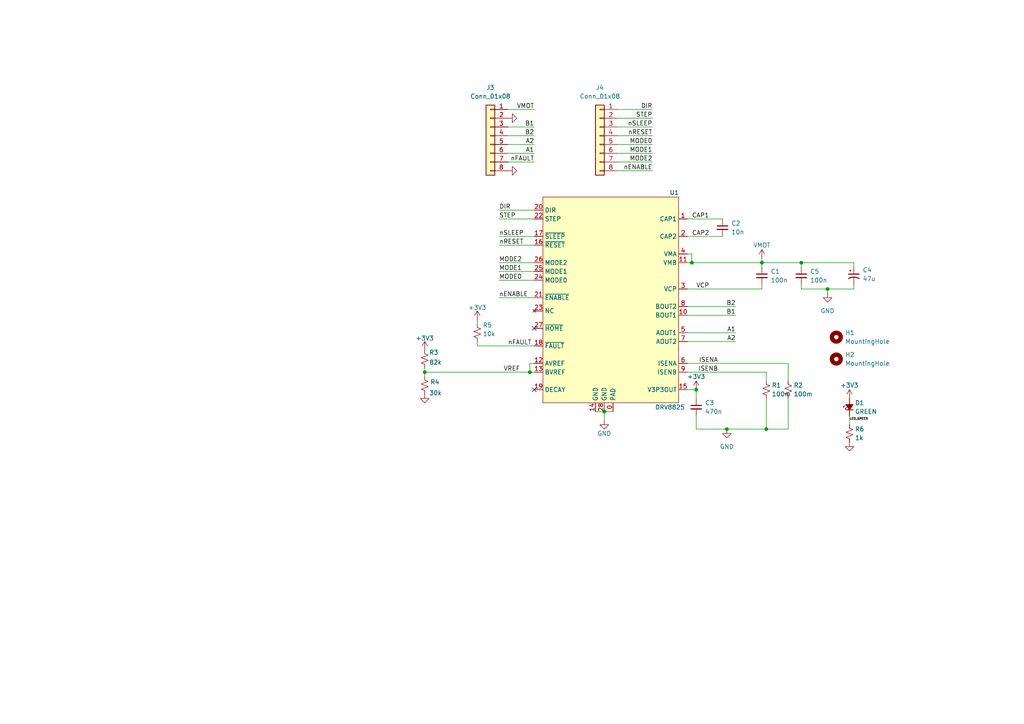
<source format=kicad_sch>
(kicad_sch (version 20231120) (generator "eeschema") (generator_version "8.0")
  (paper "A4")
  (lib_symbols
    (symbol "Connector_Generic:Conn_01x08" (pin_names (offset 1.016) hide)
      (property "Reference" "J" (at 0 10.16 0))
      (property "Value" "Conn_01x08" (at 0 -12.7 0))
      (symbol "Conn_01x08_1_1"
        (rectangle (start -1.27 -10.033) (end 0 -10.287) (stroke (width 0.1524)))
        (rectangle (start -1.27 -7.493) (end 0 -7.747) (stroke (width 0.1524)))
        (rectangle (start -1.27 -4.953) (end 0 -5.207) (stroke (width 0.1524)))
        (rectangle (start -1.27 -2.413) (end 0 -2.667) (stroke (width 0.1524)))
        (rectangle (start -1.27 0.127) (end 0 -0.127) (stroke (width 0.1524)))
        (rectangle (start -1.27 2.667) (end 0 2.413) (stroke (width 0.1524)))
        (rectangle (start -1.27 5.207) (end 0 4.953) (stroke (width 0.1524)))
        (rectangle (start -1.27 7.747) (end 0 7.493) (stroke (width 0.1524)))
        (rectangle (start -1.27 8.89) (end 1.27 -11.43) (stroke (width 0.254)) (fill (type background)))
        (pin passive line (at -5.08 7.62 0) (length 3.81) (name "Pin_1") (number "1"))
        (pin passive line (at -5.08 5.08 0) (length 3.81) (name "Pin_2") (number "2"))
        (pin passive line (at -5.08 2.54 0) (length 3.81) (name "Pin_3") (number "3"))
        (pin passive line (at -5.08 0 0) (length 3.81) (name "Pin_4") (number "4"))
        (pin passive line (at -5.08 -2.54 0) (length 3.81) (name "Pin_5") (number "5"))
        (pin passive line (at -5.08 -5.08 0) (length 3.81) (name "Pin_6") (number "6"))
        (pin passive line (at -5.08 -7.62 0) (length 3.81) (name "Pin_7") (number "7"))
        (pin passive line (at -5.08 -10.16 0) (length 3.81) (name "Pin_8") (number "8"))
      )
    )
    (symbol "Device:C_Polarized_Small_US" (pin_numbers hide) (pin_names (offset 0.254) hide)
      (property "Reference" "C" (at 0.254 1.778 0))
      (property "Value" "C_Polarized_Small_US" (at 0.254 -2.032 0))
      (symbol "C_Polarized_Small_US_0_1"
        (polyline (pts (xy -1.524 0.508) (xy 1.524 0.508)) (stroke (width 0.3048)))
        (polyline (pts (xy -1.27 1.524) (xy -0.762 1.524)))
        (polyline (pts (xy -1.016 1.27) (xy -1.016 1.778)))
        (arc (start 1.524 -0.762) (mid 0 -0.3734) (end -1.524 -0.762) (stroke (width 0.3048)))
      )
      (symbol "C_Polarized_Small_US_1_1"
        (pin passive line (at 0 2.54 270) (length 2.032) (name "~") (number "1"))
        (pin passive line (at 0 -2.54 90) (length 2.032) (name "~") (number "2"))
      )
    )
    (symbol "Device:C_Small" (pin_numbers hide) (pin_names (offset 0.254) hide)
      (property "Reference" "C" (at 0.254 1.778 0))
      (property "Value" "C_Small" (at 0.254 -2.032 0))
      (symbol "C_Small_0_1"
        (polyline (pts (xy -1.524 -0.508) (xy 1.524 -0.508)) (stroke (width 0.3302)))
        (polyline (pts (xy -1.524 0.508) (xy 1.524 0.508)) (stroke (width 0.3048)))
      )
      (symbol "C_Small_1_1"
        (pin passive line (at 0 2.54 270) (length 2.032) (name "~") (number "1"))
        (pin passive line (at 0 -2.54 90) (length 2.032) (name "~") (number "2"))
      )
    )
    (symbol "Device:LED_Small_Filled" (pin_numbers hide) (pin_names (offset 0.254) hide)
      (property "Reference" "D" (at -1.27 3.175 0))
      (property "Value" "LED_Small_Filled" (at -4.445 -2.54 0))
      (symbol "LED_Small_Filled_0_1"
        (polyline (pts (xy -0.762 -1.016) (xy -0.762 1.016)) (stroke (width 0.254)))
        (polyline (pts (xy 1.016 0) (xy -0.762 0)))
        (polyline (pts (xy 0.762 -1.016) (xy -0.762 0) (xy 0.762 1.016) (xy 0.762 -1.016)) (stroke (width 0.254)) (fill (type outline)))
        (polyline (pts (xy 0 0.762) (xy -0.508 1.27) (xy -0.254 1.27) (xy -0.508 1.27) (xy -0.508 1.016)))
        (polyline (pts (xy 0.508 1.27) (xy 0 1.778) (xy 0.254 1.778) (xy 0 1.778) (xy 0 1.524)))
      )
      (symbol "LED_Small_Filled_1_1"
        (pin passive line (at -2.54 0 0) (length 1.778) (name "K") (number "1"))
        (pin passive line (at 2.54 0 180) (length 1.778) (name "A") (number "2"))
      )
    )
    (symbol "Device:R_Small_US" (pin_numbers hide) (pin_names (offset 0.254) hide)
      (property "Reference" "R" (at 0.762 0.508 0))
      (property "Value" "R_Small_US" (at 0.762 -1.016 0))
      (symbol "R_Small_US_1_1"
        (polyline (pts (xy 0 0) (xy 1.016 -0.381) (xy 0 -0.762) (xy -1.016 -1.143) (xy 0 -1.524)))
        (polyline (pts (xy 0 1.524) (xy 1.016 1.143) (xy 0 0.762) (xy -1.016 0.381) (xy 0 0)))
        (pin passive line (at 0 2.54 270) (length 1.016) (name "~") (number "1"))
        (pin passive line (at 0 -2.54 90) (length 1.016) (name "~") (number "2"))
      )
    )
    (symbol "Driver_Motor:DRV8825"
      (property "Reference" "U" (at 16.51 27.94 0))
      (property "Value" "DRV8825" (at 17.78 -34.29 0))
      (symbol "DRV8825_1_1"
        (rectangle (start -19.05 26.67) (end 20.32 -33.02) (fill (type background)))
        (pin power_in line (at 1.27 -35.56 90) (length 2.54) (name "PAD") (number "0"))
        (pin bidirectional line (at 22.86 20.32 180) (length 2.54) (name "CAP1") (number "1"))
        (pin bidirectional line (at 22.86 -7.62 180) (length 2.54) (name "BOUT1") (number "10"))
        (pin power_in line (at 22.86 7.62 180) (length 2.54) (name "VMB") (number "11"))
        (pin bidirectional line (at -21.59 -21.59 0) (length 2.54) (name "AVREF") (number "12"))
        (pin bidirectional line (at -21.59 -24.13 0) (length 2.54) (name "BVREF") (number "13"))
        (pin power_in line (at -3.81 -35.56 90) (length 2.54) (name "GND") (number "14"))
        (pin bidirectional line (at 22.86 -29.21 180) (length 2.54) (name "V3P3OUT") (number "15"))
        (pin bidirectional line (at -21.59 12.7 0) (length 2.54) (name "~{RESET}") (number "16"))
        (pin bidirectional line (at -21.59 15.24 0) (length 2.54) (name "~{SLEEP}") (number "17"))
        (pin bidirectional line (at -21.59 -16.51 0) (length 2.54) (name "~{FAULT}") (number "18"))
        (pin bidirectional line (at -21.59 -29.21 0) (length 2.54) (name "DECAY") (number "19"))
        (pin bidirectional line (at 22.86 15.24 180) (length 2.54) (name "CAP2") (number "2"))
        (pin bidirectional line (at -21.59 22.86 0) (length 2.54) (name "DIR") (number "20"))
        (pin bidirectional line (at -21.59 -2.54 0) (length 2.54) (name "~{ENABLE}") (number "21"))
        (pin input line (at -21.59 20.32 0) (length 2.54) (name "STEP") (number "22"))
        (pin no_connect line (at -21.59 -6.35 0) (length 2.54) (name "NC") (number "23"))
        (pin input line (at -21.59 2.54 0) (length 2.54) (name "MODE0") (number "24"))
        (pin input line (at -21.59 5.08 0) (length 2.54) (name "MODE1") (number "25"))
        (pin input line (at -21.59 7.62 0) (length 2.54) (name "MODE2") (number "26"))
        (pin bidirectional line (at -21.59 -11.43 0) (length 2.54) (name "~{HOME}") (number "27"))
        (pin power_in line (at -1.27 -35.56 90) (length 2.54) (name "GND") (number "28"))
        (pin bidirectional line (at 22.86 0 180) (length 2.54) (name "VCP") (number "3"))
        (pin power_in line (at 22.86 10.16 180) (length 2.54) (name "VMA") (number "4"))
        (pin bidirectional line (at 22.86 -12.7 180) (length 2.54) (name "AOUT1") (number "5"))
        (pin bidirectional line (at 22.86 -21.59 180) (length 2.54) (name "ISENA") (number "6"))
        (pin bidirectional line (at 22.86 -15.24 180) (length 2.54) (name "AOUT2") (number "7"))
        (pin bidirectional line (at 22.86 -5.08 180) (length 2.54) (name "BOUT2") (number "8"))
        (pin bidirectional line (at 22.86 -24.13 180) (length 2.54) (name "ISENB") (number "9"))
      )
    )
    (symbol "Mechanical:MountingHole" (pin_names (offset 1.016)) (exclude_from_sim yes) (in_bom no)
      (property "Reference" "H" (at 0 5.08 0))
      (property "Value" "MountingHole" (at 0 3.175 0))
      (symbol "MountingHole_0_1"
        (circle (center 0 0) (radius 1.27) (stroke (width 1.27)))
      )
    )
    (symbol "power:+3V3" (power) (pin_numbers hide) (pin_names (offset 0) hide)
      (property "Value" "+3V3" (at 0 3.556 0))
      (symbol "+3V3_0_1"
        (polyline (pts (xy -0.762 1.27) (xy 0 2.54)))
        (polyline (pts (xy 0 0) (xy 0 2.54)))
        (polyline (pts (xy 0 2.54) (xy 0.762 1.27)))
      )
      (symbol "+3V3_1_1"
        (pin power_in line (at 0 0 90) (length 0) (name "~") (number "1"))
      )
    )
    (symbol "power:GND" (power) (pin_numbers hide) (pin_names (offset 0) hide)
      (property "Value" "GND" (at 0 -3.81 0))
      (symbol "GND_0_1"
        (polyline (pts (xy 0 0) (xy 0 -1.27) (xy 1.27 -1.27) (xy 0 -2.54) (xy -1.27 -1.27) (xy 0 -1.27)))
      )
      (symbol "GND_1_1"
        (pin power_in line (at 0 0 270) (length 0) (name "~") (number "1"))
      )
    )
  )
  (junction (at 240.03 83.82))
  (junction (at 153.67 107.95))
  (junction (at 222.25 124.46))
  (junction (at 175.26 119.38))
  (junction (at 123.19 107.95))
  (junction (at 232.41 76.2))
  (junction (at 201.93 113.03))
  (junction (at 200.66 76.2))
  (junction (at 220.98 76.2))
  (junction (at 210.82 124.46))
  (no_connect (at 154.94 95.25))
  (no_connect (at 154.94 113.03))
  (wire (pts (xy 246.38 123.19) (xy 246.38 120.65)))
  (wire (pts (xy 199.39 88.9) (xy 213.36 88.9)))
  (wire (pts (xy 123.19 109.22) (xy 123.19 107.95)))
  (wire (pts (xy 200.66 73.66) (xy 199.39 73.66)))
  (wire (pts (xy 199.39 113.03) (xy 201.93 113.03)))
  (wire (pts (xy 123.19 107.95) (xy 153.67 107.95)))
  (wire (pts (xy 144.78 68.58) (xy 154.94 68.58)))
  (wire (pts (xy 154.94 39.37) (xy 147.32 39.37)))
  (wire (pts (xy 199.39 91.44) (xy 213.36 91.44)))
  (wire (pts (xy 154.94 41.91) (xy 147.32 41.91)))
  (wire (pts (xy 153.67 105.41) (xy 154.94 105.41)))
  (wire (pts (xy 232.41 76.2) (xy 247.65 76.2)))
  (wire (pts (xy 144.78 86.36) (xy 154.94 86.36)))
  (wire (pts (xy 179.07 39.37) (xy 189.23 39.37)))
  (wire (pts (xy 179.07 41.91) (xy 189.23 41.91)))
  (wire (pts (xy 144.78 63.5) (xy 154.94 63.5)))
  (wire (pts (xy 222.25 107.95) (xy 222.25 110.49)))
  (wire (pts (xy 154.94 36.83) (xy 147.32 36.83)))
  (wire (pts (xy 220.98 74.93) (xy 220.98 76.2)))
  (wire (pts (xy 199.39 68.58) (xy 209.55 68.58)))
  (wire (pts (xy 200.66 76.2) (xy 220.98 76.2)))
  (wire (pts (xy 228.6 105.41) (xy 228.6 110.49)))
  (wire (pts (xy 220.98 82.55) (xy 220.98 83.82)))
  (wire (pts (xy 247.65 83.82) (xy 240.03 83.82)))
  (wire (pts (xy 199.39 105.41) (xy 228.6 105.41)))
  (wire (pts (xy 247.65 83.82) (xy 247.65 82.55)))
  (wire (pts (xy 199.39 99.06) (xy 213.36 99.06)))
  (wire (pts (xy 179.07 36.83) (xy 189.23 36.83)))
  (wire (pts (xy 199.39 107.95) (xy 222.25 107.95)))
  (wire (pts (xy 172.72 119.38) (xy 175.26 119.38)))
  (wire (pts (xy 228.6 124.46) (xy 228.6 115.57)))
  (wire (pts (xy 199.39 63.5) (xy 209.55 63.5)))
  (wire (pts (xy 153.67 107.95) (xy 154.94 107.95)))
  (wire (pts (xy 222.25 124.46) (xy 228.6 124.46)))
  (wire (pts (xy 220.98 76.2) (xy 232.41 76.2)))
  (wire (pts (xy 179.07 49.53) (xy 189.23 49.53)))
  (wire (pts (xy 232.41 77.47) (xy 232.41 76.2)))
  (wire (pts (xy 138.43 100.33) (xy 154.94 100.33)))
  (wire (pts (xy 220.98 76.2) (xy 220.98 77.47)))
  (wire (pts (xy 199.39 96.52) (xy 213.36 96.52)))
  (wire (pts (xy 144.78 81.28) (xy 154.94 81.28)))
  (wire (pts (xy 232.41 83.82) (xy 240.03 83.82)))
  (wire (pts (xy 200.66 76.2) (xy 199.39 76.2)))
  (wire (pts (xy 179.07 34.29) (xy 189.23 34.29)))
  (wire (pts (xy 201.93 113.03) (xy 201.93 115.57)))
  (wire (pts (xy 154.94 31.75) (xy 147.32 31.75)))
  (wire (pts (xy 175.26 119.38) (xy 175.26 121.92)))
  (wire (pts (xy 123.19 107.95) (xy 123.19 106.68)))
  (wire (pts (xy 144.78 76.2) (xy 154.94 76.2)))
  (wire (pts (xy 201.93 120.65) (xy 201.93 124.46)))
  (wire (pts (xy 179.07 31.75) (xy 189.23 31.75)))
  (wire (pts (xy 138.43 99.06) (xy 138.43 100.33)))
  (wire (pts (xy 138.43 92.71) (xy 138.43 93.98)))
  (wire (pts (xy 153.67 105.41) (xy 153.67 107.95)))
  (wire (pts (xy 232.41 82.55) (xy 232.41 83.82)))
  (wire (pts (xy 179.07 46.99) (xy 189.23 46.99)))
  (wire (pts (xy 199.39 83.82) (xy 220.98 83.82)))
  (wire (pts (xy 144.78 60.96) (xy 154.94 60.96)))
  (wire (pts (xy 201.93 124.46) (xy 210.82 124.46)))
  (wire (pts (xy 154.94 46.99) (xy 147.32 46.99)))
  (wire (pts (xy 154.94 44.45) (xy 147.32 44.45)))
  (wire (pts (xy 200.66 73.66) (xy 200.66 76.2)))
  (wire (pts (xy 144.78 71.12) (xy 154.94 71.12)))
  (wire (pts (xy 247.65 77.47) (xy 247.65 76.2)))
  (wire (pts (xy 179.07 44.45) (xy 189.23 44.45)))
  (wire (pts (xy 222.25 115.57) (xy 222.25 124.46)))
  (wire (pts (xy 222.25 124.46) (xy 210.82 124.46)))
  (wire (pts (xy 240.03 83.82) (xy 240.03 85.09)))
  (wire (pts (xy 175.26 119.38) (xy 177.8 119.38)))
  (wire (pts (xy 144.78 78.74) (xy 154.94 78.74)))
  (label "A2" (at 213.36 99.06 180))
  (label "nFAULT" (at 154.94 46.99 180))
  (label "B1" (at 154.94 36.83 180))
  (label "DIR" (at 144.78 60.96 0))
  (label "DIR" (at 189.23 31.75 180))
  (label "B2" (at 213.36 88.9 180))
  (label "nSLEEP" (at 189.23 36.83 180))
  (label "LED_GREEN" (at 246.38 121.92 0) (effects (font (size 0.635 0.635))))
  (label "VREF" (at 146.05 107.95 0))
  (label "MODE0" (at 144.78 81.28 0))
  (label "STEP" (at 144.78 63.5 0))
  (label "A1" (at 154.94 44.45 180))
  (label "A1" (at 213.36 96.52 180))
  (label "A2" (at 154.94 41.91 180))
  (label "MODE1" (at 189.23 44.45 180))
  (label "ISENA" (at 208.28 105.41 180))
  (label "nRESET" (at 189.23 39.37 180))
  (label "MODE2" (at 144.78 76.2 0))
  (label "STEP" (at 189.23 34.29 180))
  (label "MODE0" (at 189.23 41.91 180))
  (label "nFAULT" (at 147.32 100.33 0))
  (label "B1" (at 213.36 91.44 180))
  (label "CAP1" (at 200.66 63.5 0))
  (label "CAP2" (at 205.74 68.58 180))
  (label "VCP" (at 205.74 83.82 180))
  (label "MODE1" (at 144.78 78.74 0))
  (label "ISENB" (at 208.28 107.95 180))
  (label "nENABLE" (at 189.23 49.53 180))
  (label "nENABLE" (at 144.78 86.36 0))
  (label "nRESET" (at 144.78 71.12 0))
  (label "MODE2" (at 189.23 46.99 180))
  (label "B2" (at 154.94 39.37 180))
  (label "VMOT" (at 154.94 31.75 180))
  (label "nSLEEP" (at 144.78 68.58 0))
  (symbol (lib_id "power:GND") (at 246.38 128.27 0) (unit 1)
    (property "Reference" "#PWR012" (effects (hide yes)))
    (property "Value" "GND" (effects (hide yes)))
    (property "Description" "Power symbol creates a global label with name \"GND\" , ground" (effects (hide yes)))
  )
  (symbol (lib_id "Connector_Generic:Conn_01x08") (at 173.99 39.37 0) (mirror y) (unit 1)
    (property "Reference" "J4" (at 173.99 25.4 0))
    (property "Value" "Conn_01x08" (at 173.99 27.94 0))
    (property "Footprint" "Connector_PinHeader_2.54mm:PinHeader_1x08_P2.54mm_Vertical" (effects (hide yes)))
    (property "Description" "Generic connector, single row, 01x08, script generated (kicad-library-utils/schlib/autogen/connector/)" (effects (hide yes)))
  )
  (symbol (lib_id "power:GND") (at 210.82 124.46 0) (unit 1)
    (property "Reference" "#PWR09" (effects (hide yes)))
    (property "Value" "GND" (at 210.82 129.54 0))
    (property "Description" "Power symbol creates a global label with name \"GND\" , ground" (effects (hide yes)))
  )
  (symbol (lib_id "power:+3V3") (at 123.19 101.6 0) (unit 1)
    (property "Reference" "#PWR03" (effects (hide yes)))
    (property "Value" "+3V3" (at 123.19 98.1075 0))
    (property "Description" "Power symbol creates a global label with name \"+3V3\"" (effects (hide yes)))
  )
  (symbol (lib_id "Connector_Generic:Conn_01x08") (at 142.24 39.37 0) (mirror y) (unit 1)
    (property "Reference" "J3" (at 142.24 25.4 0))
    (property "Value" "Conn_01x08" (at 142.24 27.94 0))
    (property "Footprint" "Connector_PinHeader_2.54mm:PinHeader_1x08_P2.54mm_Vertical" (effects (hide yes)))
    (property "Description" "Generic connector, single row, 01x08, script generated (kicad-library-utils/schlib/autogen/connector/)" (effects (hide yes)))
  )
  (symbol (lib_id "Driver_Motor:DRV8825") (at 176.53 83.82 0) (unit 1)
    (property "Reference" "U1" (at 195.58 55.88 0))
    (property "Value" "DRV8825" (at 194.31 118.11 0))
    (property "Footprint" "MV_Footprints:IC_TPS61196PWPRQ1" (effects (hide yes)))
  )
  (symbol (lib_id "Device:R_Small_US") (at 228.6 113.03 180) (unit 1)
    (property "Reference" "R2" (at 230.1875 111.76 0) (effects (justify right)))
    (property "Value" "100m" (at 230.1875 114.3 0) (effects (justify right)))
    (property "Footprint" "Resistor_SMD:R_1206_3216Metric" (effects (hide yes)))
    (property "Description" "Resistor, small US symbol" (effects (hide yes)))
  )
  (symbol (lib_id "power:+3V3") (at 246.38 115.57 0) (unit 1)
    (property "Reference" "#PWR011" (effects (hide yes)))
    (property "Value" "+3V3" (at 246.38 111.76 0))
    (property "Description" "Power symbol creates a global label with name \"+3V3\"" (effects (hide yes)))
  )
  (symbol (lib_id "Device:C_Small") (at 220.98 80.01 0) (unit 1)
    (property "Reference" "C1" (at 223.52 78.7462 0) (effects (justify left)))
    (property "Value" "100n" (at 223.52 81.2862 0) (effects (justify left)))
    (property "Footprint" "Capacitor_SMD:C_0603_1608Metric" (effects (hide yes)))
    (property "Description" "Unpolarized capacitor, small symbol" (effects (hide yes)))
  )
  (symbol (lib_id "power:GND") (at 240.03 85.09 0) (unit 1)
    (property "Reference" "#PWR08" (effects (hide yes)))
    (property "Value" "GND" (at 240.03 90.17 0))
    (property "Description" "Power symbol creates a global label with name \"GND\" , ground" (effects (hide yes)))
  )
  (symbol (lib_id "power:+3V3") (at 138.43 92.71 0) (unit 1)
    (property "Reference" "#PWR06" (effects (hide yes)))
    (property "Value" "+3V3" (at 138.43 89.2175 0))
    (property "Description" "Power symbol creates a global label with name \"+3V3\"" (effects (hide yes)))
  )
  (symbol (lib_id "power:GND") (at 147.32 34.29 90) (unit 1)
    (property "Reference" "#PWR010" (effects (hide yes)))
    (property "Value" "GND" (effects (hide yes)))
    (property "Description" "Power symbol creates a global label with name \"GND\" , ground" (effects (hide yes)))
  )
  (symbol (lib_id "power:+3V3") (at 220.98 74.93 0) (unit 1)
    (property "Reference" "#PWR02" (effects (hide yes)))
    (property "Value" "VMOT" (at 220.98 71.12 0))
    (property "Description" "Power symbol creates a global label with name \"+3V3\"" (effects (hide yes)))
  )
  (symbol (lib_id "power:GND") (at 123.19 114.3 0) (unit 1)
    (property "Reference" "#PWR04" (effects (hide yes)))
    (property "Value" "GND" (effects (hide yes)))
    (property "Description" "Power symbol creates a global label with name \"GND\" , ground" (effects (hide yes)))
  )
  (symbol (lib_id "Device:R_Small_US") (at 138.43 96.52 0) (unit 1)
    (property "Reference" "R5" (at 140.0175 94.2975 0) (effects (justify left)))
    (property "Value" "10k" (at 140.0175 96.8375 0) (effects (justify left)))
    (property "Footprint" "Resistor_SMD:R_0603_1608Metric" (effects (hide yes)))
    (property "Datasheet" "https://www.te.com/usa-en/product-8-2176388-7.datasheet.pdf" (effects (hide yes)))
    (property "Description" "Resistor, small US symbol" (effects (hide yes)))
    (property "Unit Price" "1.46000" (effects (hide yes)))
    (property "DigiKey Link" "https://www.digikey.com.au/en/products/detail/te-connectivity-passive-product/RQ73C2B78R7BTD/9480750" (effects (hide yes)))
    (property "Name" "TE Connectivity Passive Product RQ73C2B78R7BTD" (effects (hide yes)))
    (property "DigiKey Description" "RES 78.7 OHMS 0.1% 0.4W 1206" (effects (hide yes)))
  )
  (symbol (lib_id "power:GND") (at 175.26 121.92 0) (unit 1)
    (property "Reference" "#PWR01" (effects (hide yes)))
    (property "Value" "GND" (at 175.26 125.73 0))
    (property "Description" "Power symbol creates a global label with name \"GND\" , ground" (effects (hide yes)))
  )
  (symbol (lib_id "Device:LED_Small_Filled") (at 246.38 118.11 90) (unit 1)
    (property "Reference" "D1" (at 247.9675 116.84 90) (effects (justify right)))
    (property "Value" "GREEN" (at 247.9675 119.38 90) (effects (justify right)))
    (property "Footprint" "LED_SMD:LED_0603_1608Metric" (effects (hide yes)))
    (property "Description" "Light emitting diode, small symbol, filled shape" (effects (hide yes)))
  )
  (symbol (lib_id "Mechanical:MountingHole") (at 242.57 97.79 0) (unit 1) (exclude_from_sim yes) (in_bom no)
    (property "Reference" "H1" (at 245.11 96.5199 0) (effects (justify left)))
    (property "Value" "MountingHole" (at 245.11 99.0599 0) (effects (justify left)))
    (property "Footprint" "MountingHole:MountingHole_2.2mm_M2" (effects (hide yes)))
    (property "Description" "Mounting Hole without connection" (effects (hide yes)))
  )
  (symbol (lib_id "Device:C_Small") (at 232.41 80.01 0) (unit 1)
    (property "Reference" "C5" (at 234.95 78.7462 0) (effects (justify left)))
    (property "Value" "100n" (at 234.95 81.2862 0) (effects (justify left)))
    (property "Footprint" "Capacitor_SMD:C_0603_1608Metric" (effects (hide yes)))
    (property "Description" "Unpolarized capacitor, small symbol" (effects (hide yes)))
  )
  (symbol (lib_id "Mechanical:MountingHole") (at 242.57 104.14 0) (unit 1) (exclude_from_sim yes) (in_bom no)
    (property "Reference" "H2" (at 245.11 102.8699 0) (effects (justify left)))
    (property "Value" "MountingHole" (at 245.11 105.4099 0) (effects (justify left)))
    (property "Footprint" "MountingHole:MountingHole_2.2mm_M2" (effects (hide yes)))
    (property "Description" "Mounting Hole without connection" (effects (hide yes)))
  )
  (symbol (lib_id "Device:R_Small_US") (at 123.19 104.14 0) (unit 1)
    (property "Reference" "R3" (at 124.46 102.235 0) (effects (justify left)))
    (property "Value" "82k" (at 124.46 105.0925 0) (effects (justify left)))
    (property "Footprint" "Resistor_SMD:R_0603_1608Metric" (effects (hide yes)))
    (property "Datasheet" "https://www.te.com/usa-en/product-8-2176388-7.datasheet.pdf" (effects (hide yes)))
    (property "Description" "Resistor, small US symbol" (effects (hide yes)))
    (property "Unit Price" "1.46000" (effects (hide yes)))
    (property "DigiKey Link" "https://www.digikey.com.au/en/products/detail/te-connectivity-passive-product/RQ73C2B78R7BTD/9480750" (effects (hide yes)))
    (property "Name" "TE Connectivity Passive Product RQ73C2B78R7BTD" (effects (hide yes)))
    (property "DigiKey Description" "RES 78.7 OHMS 0.1% 0.4W 1206" (effects (hide yes)))
  )
  (symbol (lib_id "Device:R_Small_US") (at 123.19 111.76 0) (unit 1)
    (property "Reference" "R4" (at 124.7775 110.8075 0) (effects (justify left)))
    (property "Value" "30k" (at 124.46 113.9825 0) (effects (justify left)))
    (property "Footprint" "Resistor_SMD:R_0603_1608Metric" (effects (hide yes)))
    (property "Datasheet" "https://www.te.com/usa-en/product-5-2176238-8.datasheet.pdf" (effects (hide yes)))
    (property "Description" "Resistor, small US symbol" (effects (hide yes)))
    (property "Unit Price" "0.57000" (effects (hide yes)))
    (property "DigiKey Link" "https://www.digikey.com.au/en/products/detail/te-connectivity-passive-product/CPF-A-0805B30KE/5583893" (effects (hide yes)))
    (property "Name" "TE Connectivity Passive Product CPF-A-0805B30KE" (effects (hide yes)))
    (property "DigiKey Description" "RES SMD 30K OHM 0.1% 1/10W 0805" (effects (hide yes)))
  )
  (symbol (lib_id "power:GND") (at 147.32 49.53 90) (unit 1)
    (property "Reference" "#PWR07" (effects (hide yes)))
    (property "Value" "GND" (effects (hide yes)))
    (property "Description" "Power symbol creates a global label with name \"GND\" , ground" (effects (hide yes)))
  )
  (symbol (lib_id "Device:C_Polarized_Small_US") (at 247.65 80.01 0) (unit 1)
    (property "Reference" "C4" (at 250.19 78.3081 0) (effects (justify left)))
    (property "Value" "47u" (at 250.19 80.8481 0) (effects (justify left)))
    (property "Footprint" "Capacitor_SMD:CP_Elec_6.3x5.9" (effects (hide yes)))
    (property "Description" "Polarized capacitor, small US symbol" (effects (hide yes)))
  )
  (symbol (lib_id "Device:R_Small_US") (at 222.25 113.03 180) (unit 1)
    (property "Reference" "R1" (at 223.8375 111.76 0) (effects (justify right)))
    (property "Value" "100m" (at 223.8375 114.3 0) (effects (justify right)))
    (property "Footprint" "Resistor_SMD:R_1206_3216Metric" (effects (hide yes)))
    (property "Description" "Resistor, small US symbol" (effects (hide yes)))
  )
  (symbol (lib_id "power:+3V3") (at 201.93 113.03 0) (unit 1)
    (property "Reference" "#PWR05" (effects (hide yes)))
    (property "Value" "+3V3" (at 201.93 109.22 0))
    (property "Description" "Power symbol creates a global label with name \"+3V3\"" (effects (hide yes)))
  )
  (symbol (lib_id "Device:C_Small") (at 209.55 66.04 0) (unit 1)
    (property "Reference" "C2" (at 212.09 64.7762 0) (effects (justify left)))
    (property "Value" "10n" (at 212.09 67.3162 0) (effects (justify left)))
    (property "Footprint" "Capacitor_SMD:C_0603_1608Metric" (effects (hide yes)))
    (property "Description" "Unpolarized capacitor, small symbol" (effects (hide yes)))
  )
  (symbol (lib_id "Device:R_Small_US") (at 246.38 125.73 180) (unit 1)
    (property "Reference" "R6" (at 247.9675 124.46 0) (effects (justify right)))
    (property "Value" "1k" (at 247.9675 127 0) (effects (justify right)))
    (property "Footprint" "Resistor_SMD:R_0603_1608Metric" (effects (hide yes)))
    (property "Description" "Resistor, small US symbol" (effects (hide yes)))
  )
  (symbol (lib_id "Device:C_Small") (at 201.93 118.11 0) (unit 1)
    (property "Reference" "C3" (at 204.47 116.8462 0) (effects (justify left)))
    (property "Value" "470n" (at 204.47 119.3862 0) (effects (justify left)))
    (property "Footprint" "Capacitor_SMD:C_0603_1608Metric" (effects (hide yes)))
    (property "Description" "Unpolarized capacitor, small symbol" (effects (hide yes)))
  )
)
</source>
